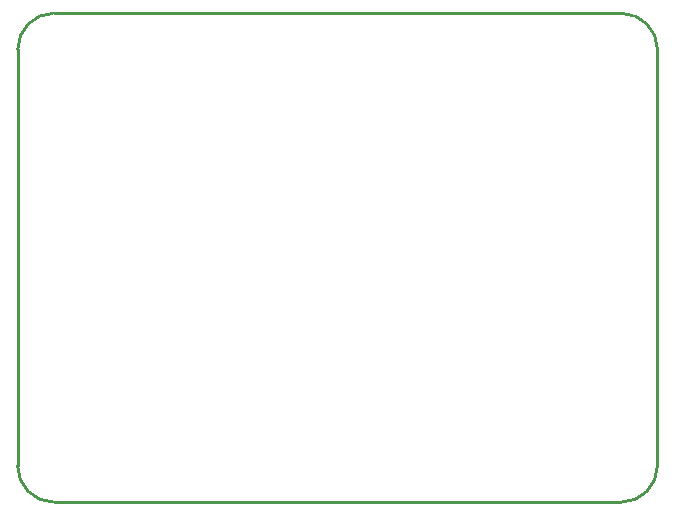
<source format=gko>
G04 start of page 4 for group 2 idx 2 *
G04 Title: (unknown), outline *
G04 Creator: pcb 20140316 *
G04 CreationDate: Wed 08 Apr 2015 09:09:57 AM GMT UTC *
G04 For: fosse *
G04 Format: Gerber/RS-274X *
G04 PCB-Dimensions (mil): 2290.00 1790.00 *
G04 PCB-Coordinate-Origin: lower left *
%MOIN*%
%FSLAX25Y25*%
%LNOUTLINE*%
%ADD59C,0.0100*%
G54D59*X20740Y7690D02*X209760D01*
X8600Y19780D02*Y158720D01*
X221900Y19830D02*Y158670D01*
X209790Y170700D02*X20660D01*
X8600Y19840D02*G75*G03X20750Y7690I12150J0D01*G01*
X221900Y158550D02*G75*G03X209750Y170700I-12150J0D01*G01*
X20750D02*G75*G03X8600Y158550I0J-12150D01*G01*
X209750Y7690D02*G75*G03X221900Y19840I0J12150D01*G01*
M02*

</source>
